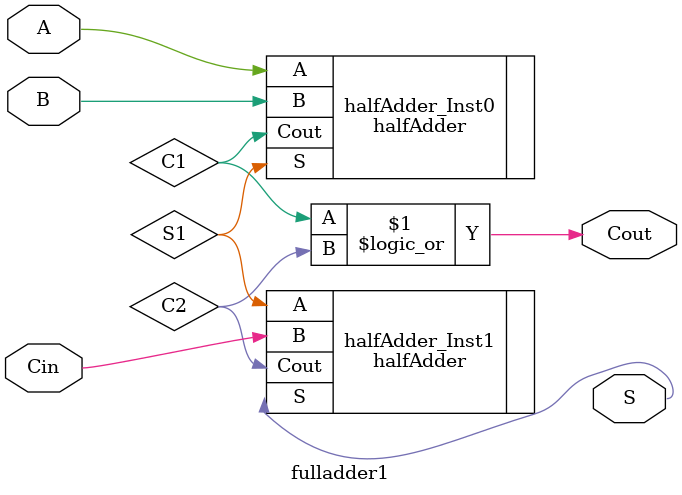
<source format=sv>
`timescale 1ns / 1ps


module fulladder1(
    input logic A,
    input logic B,
    input logic Cin,    
    output logic S,    
    output logic Cout   
    );

    logic S1, C1, C2;

    // İlk Half Adder
    halfAdder halfAdder_Inst0 (
        .A(A),
        .B(B),
        .S(S1),
        .Cout(C1)
    );

    // İkinci Half Adder
    halfAdder halfAdder_Inst1 (
        .A(S1),
        .B(Cin),
        .S(S),
        .Cout(C2)
    );

    // Toplam elde
    assign Cout = C1 || C2; // Carry-out = Carry1 OR Carry2
endmodule

</source>
